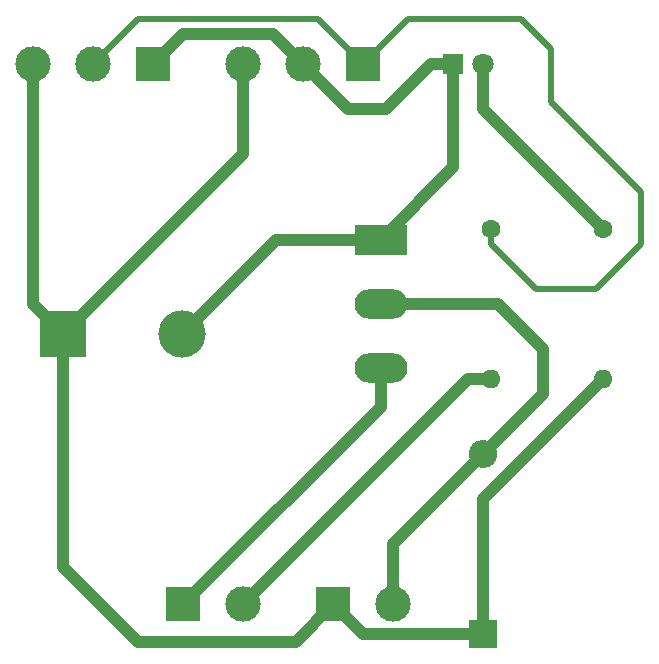
<source format=gtl>
%TF.GenerationSoftware,KiCad,Pcbnew,(6.0.9)*%
%TF.CreationDate,2022-12-04T20:19:27+11:00*%
%TF.ProjectId,Coilgun 1.3,436f696c-6775-46e2-9031-2e332e6b6963,1.3*%
%TF.SameCoordinates,Original*%
%TF.FileFunction,Copper,L1,Top*%
%TF.FilePolarity,Positive*%
%FSLAX46Y46*%
G04 Gerber Fmt 4.6, Leading zero omitted, Abs format (unit mm)*
G04 Created by KiCad (PCBNEW (6.0.9)) date 2022-12-04 20:19:27*
%MOMM*%
%LPD*%
G01*
G04 APERTURE LIST*
%TA.AperFunction,ComponentPad*%
%ADD10R,3.000000X3.000000*%
%TD*%
%TA.AperFunction,ComponentPad*%
%ADD11C,3.000000*%
%TD*%
%TA.AperFunction,ComponentPad*%
%ADD12O,1.600000X1.600000*%
%TD*%
%TA.AperFunction,ComponentPad*%
%ADD13C,1.600000*%
%TD*%
%TA.AperFunction,ComponentPad*%
%ADD14R,2.400000X2.400000*%
%TD*%
%TA.AperFunction,ComponentPad*%
%ADD15O,2.400000X2.400000*%
%TD*%
%TA.AperFunction,ComponentPad*%
%ADD16R,4.500000X2.500000*%
%TD*%
%TA.AperFunction,ComponentPad*%
%ADD17O,4.500000X2.500000*%
%TD*%
%TA.AperFunction,ComponentPad*%
%ADD18R,1.800000X1.800000*%
%TD*%
%TA.AperFunction,ComponentPad*%
%ADD19C,1.800000*%
%TD*%
%TA.AperFunction,ComponentPad*%
%ADD20R,4.000000X4.000000*%
%TD*%
%TA.AperFunction,ComponentPad*%
%ADD21C,4.000000*%
%TD*%
%TA.AperFunction,Conductor*%
%ADD22C,1.000000*%
%TD*%
%TA.AperFunction,Conductor*%
%ADD23C,0.500000*%
%TD*%
G04 APERTURE END LIST*
D10*
%TO.P,J4,1,Pin_1*%
%TO.N,/+390v*%
X167640000Y-111760000D03*
D11*
%TO.P,J4,2,Pin_2*%
%TO.N,/Coil-*%
X172720000Y-111760000D03*
%TD*%
D10*
%TO.P,J3,1,Pin_1*%
%TO.N,Net-(D2-Pad3)*%
X154940000Y-111760000D03*
D11*
%TO.P,J3,2,Pin_2*%
%TO.N,Net-(J3-Pad2)*%
X160020000Y-111760000D03*
%TD*%
D10*
%TO.P,J2,1,Pin_1*%
%TO.N,/+5V*%
X170180000Y-66040000D03*
D11*
%TO.P,J2,2,Pin_2*%
%TO.N,/GND*%
X165100000Y-66040000D03*
%TO.P,J2,3,Pin_3*%
%TO.N,/+390v*%
X160020000Y-66040000D03*
%TD*%
D10*
%TO.P,J1,1,Pin_1*%
%TO.N,/GND*%
X152400000Y-66040000D03*
D11*
%TO.P,J1,2,Pin_2*%
%TO.N,/+5V*%
X147320000Y-66040000D03*
%TO.P,J1,3,Pin_3*%
%TO.N,/+390v*%
X142240000Y-66040000D03*
%TD*%
D12*
%TO.P,R2,2*%
%TO.N,/+390v*%
X190500000Y-92710000D03*
D13*
%TO.P,R2,1*%
%TO.N,Net-(D1-Pad2)*%
X190500000Y-80010000D03*
%TD*%
%TO.P,R1,1*%
%TO.N,/+5V*%
X180975000Y-80010000D03*
D12*
%TO.P,R1,2*%
%TO.N,Net-(J3-Pad2)*%
X180975000Y-92710000D03*
%TD*%
D14*
%TO.P,D3,1,K*%
%TO.N,/+390v*%
X180340000Y-114300000D03*
D15*
%TO.P,D3,2,A*%
%TO.N,/Coil-*%
X180340000Y-99060000D03*
%TD*%
D16*
%TO.P,D2,1,K*%
%TO.N,/GND*%
X171630000Y-80910000D03*
D17*
%TO.P,D2,2,A*%
%TO.N,/Coil-*%
X171630000Y-86360000D03*
%TO.P,D2,3,G*%
%TO.N,Net-(D2-Pad3)*%
X171630000Y-91810000D03*
%TD*%
D18*
%TO.P,D1,1,K*%
%TO.N,/GND*%
X177800000Y-66040000D03*
D19*
%TO.P,D1,2,A*%
%TO.N,Net-(D1-Pad2)*%
X180340000Y-66040000D03*
%TD*%
D20*
%TO.P,C1,1*%
%TO.N,/+390v*%
X144780000Y-88900000D03*
D21*
%TO.P,C1,2*%
%TO.N,/GND*%
X154780000Y-88900000D03*
%TD*%
D22*
%TO.N,Net-(D1-Pad2)*%
X180340000Y-69850000D02*
X190500000Y-80010000D01*
X180340000Y-66040000D02*
X180340000Y-69850000D01*
%TO.N,/+390v*%
X160020000Y-73660000D02*
X144780000Y-88900000D01*
X160020000Y-66040000D02*
X160020000Y-73660000D01*
%TO.N,/GND*%
X175895000Y-66040000D02*
X177800000Y-66040000D01*
X172085000Y-69850000D02*
X175895000Y-66040000D01*
X168910000Y-69850000D02*
X172085000Y-69850000D01*
X165100000Y-66040000D02*
X168910000Y-69850000D01*
X162770000Y-80910000D02*
X154780000Y-88900000D01*
X171630000Y-80910000D02*
X162770000Y-80910000D01*
X177800000Y-66040000D02*
X177800000Y-74740000D01*
X177800000Y-74740000D02*
X171630000Y-80910000D01*
D23*
%TO.N,/+5V*%
X180975000Y-81280000D02*
X180975000Y-80010000D01*
X184785000Y-85090000D02*
X180975000Y-81280000D01*
X189865000Y-85090000D02*
X184785000Y-85090000D01*
X193675000Y-81280000D02*
X189865000Y-85090000D01*
X193675000Y-76835000D02*
X193675000Y-81280000D01*
X186055000Y-69215000D02*
X193675000Y-76835000D01*
X186055000Y-64770000D02*
X186055000Y-69215000D01*
X183515000Y-62230000D02*
X186055000Y-64770000D01*
X173990000Y-62230000D02*
X183515000Y-62230000D01*
X170180000Y-66040000D02*
X173990000Y-62230000D01*
D22*
%TO.N,/Coil-*%
X181610000Y-86360000D02*
X171630000Y-86360000D01*
X185420000Y-90170000D02*
X181610000Y-86360000D01*
X185420000Y-93980000D02*
X185420000Y-90170000D01*
X180340000Y-99060000D02*
X185420000Y-93980000D01*
%TO.N,Net-(J3-Pad2)*%
X160020000Y-111760000D02*
X179070000Y-92710000D01*
X179070000Y-92710000D02*
X180975000Y-92710000D01*
%TO.N,Net-(D2-Pad3)*%
X171630000Y-95070000D02*
X154940000Y-111760000D01*
X171630000Y-91810000D02*
X171630000Y-95070000D01*
%TO.N,/Coil-*%
X172720000Y-111760000D02*
X172720000Y-106680000D01*
X172720000Y-106680000D02*
X180340000Y-99060000D01*
%TO.N,/+390v*%
X144780000Y-108585000D02*
X144780000Y-88900000D01*
X151130000Y-114935000D02*
X144780000Y-108585000D01*
X164465000Y-114935000D02*
X151130000Y-114935000D01*
X167640000Y-111760000D02*
X164465000Y-114935000D01*
D23*
%TO.N,/+5V*%
X166370000Y-62230000D02*
X170180000Y-66040000D01*
X151130000Y-62230000D02*
X166370000Y-62230000D01*
X147320000Y-66040000D02*
X151130000Y-62230000D01*
D22*
%TO.N,/GND*%
X154940000Y-63500000D02*
X162560000Y-63500000D01*
X162560000Y-63500000D02*
X165100000Y-66040000D01*
X152400000Y-66040000D02*
X154940000Y-63500000D01*
%TO.N,/+390v*%
X180340000Y-102870000D02*
X190500000Y-92710000D01*
X180340000Y-114300000D02*
X180340000Y-102870000D01*
X170180000Y-114300000D02*
X180340000Y-114300000D01*
X167640000Y-111760000D02*
X170180000Y-114300000D01*
X142240000Y-86360000D02*
X144780000Y-88900000D01*
X142240000Y-66040000D02*
X142240000Y-86360000D01*
%TD*%
M02*

</source>
